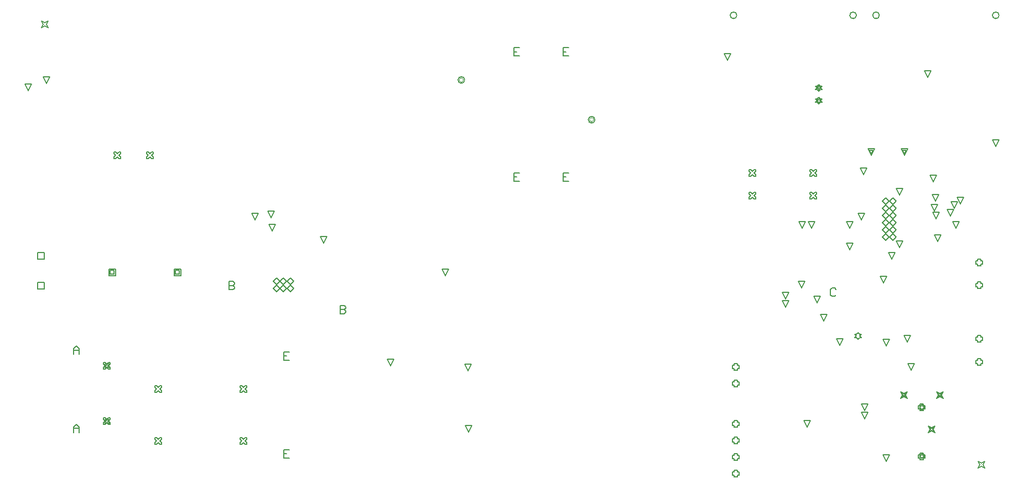
<source format=gbr>
G04*
G04 #@! TF.GenerationSoftware,Altium Limited,Altium Designer,25.5.2 (35)*
G04*
G04 Layer_Color=2752767*
%FSLAX25Y25*%
%MOIN*%
G70*
G04*
G04 #@! TF.SameCoordinates,CCCDE38D-7695-4EB3-ABC8-F25FB468ABE4*
G04*
G04*
G04 #@! TF.FilePolarity,Positive*
G04*
G01*
G75*
%ADD15C,0.00500*%
%ADD215C,0.00667*%
%ADD216C,0.00400*%
D15*
X264332Y184998D02*
X261000D01*
Y180000D01*
X264332D01*
X261000Y182499D02*
X262666D01*
X264332Y125943D02*
X261000D01*
Y120945D01*
X264332D01*
X261000Y123444D02*
X262666D01*
X158815Y301500D02*
X159815D01*
X160815Y302500D01*
X161815Y301500D01*
X162815D01*
Y302500D01*
X161815Y303500D01*
X162815Y304500D01*
Y305500D01*
X161815D01*
X160815Y304500D01*
X159815Y305500D01*
X158815D01*
Y304500D01*
X159815Y303500D01*
X158815Y302500D01*
Y301500D01*
X178500D02*
X179500D01*
X180500Y302500D01*
X181500Y301500D01*
X182500D01*
Y302500D01*
X181500Y303500D01*
X182500Y304500D01*
Y305500D01*
X181500D01*
X180500Y304500D01*
X179500Y305500D01*
X178500D01*
Y304500D01*
X179500Y303500D01*
X178500Y302500D01*
Y301500D01*
X112779Y222890D02*
Y226890D01*
X116779D01*
Y222890D01*
X112779D01*
Y241000D02*
Y245000D01*
X116779D01*
Y241000D01*
X112779D01*
X195000Y231000D02*
Y235000D01*
X199000D01*
Y231000D01*
X195000D01*
X195800Y231800D02*
Y234200D01*
X198200D01*
Y231800D01*
X195800D01*
X155630Y231000D02*
Y235000D01*
X159630D01*
Y231000D01*
X155630D01*
X156430Y231800D02*
Y234200D01*
X158830D01*
Y231800D01*
X156430D01*
X234681Y129181D02*
X235681D01*
X236681Y130181D01*
X237681Y129181D01*
X238681D01*
Y130181D01*
X237681Y131181D01*
X238681Y132181D01*
Y133181D01*
X237681D01*
X236681Y132181D01*
X235681Y133181D01*
X234681D01*
Y132181D01*
X235681Y131181D01*
X234681Y130181D01*
Y129181D01*
X134500Y136256D02*
Y139588D01*
X136166Y141254D01*
X137832Y139588D01*
Y136256D01*
Y138755D01*
X134500D01*
Y183500D02*
Y186832D01*
X136166Y188498D01*
X137832Y186832D01*
Y183500D01*
Y185999D01*
X134500D01*
X152500Y174610D02*
X153500D01*
X154500Y175610D01*
X155500Y174610D01*
X156500D01*
Y175610D01*
X155500Y176610D01*
X156500Y177610D01*
Y178610D01*
X155500D01*
X154500Y177610D01*
X153500Y178610D01*
X152500D01*
Y177610D01*
X153500Y176610D01*
X152500Y175610D01*
Y174610D01*
X153300Y175410D02*
X153900D01*
X154500Y176010D01*
X155100Y175410D01*
X155700D01*
Y176010D01*
X155100Y176610D01*
X155700Y177210D01*
Y177810D01*
X155100D01*
X154500Y177210D01*
X153900Y177810D01*
X153300D01*
Y177210D01*
X153900Y176610D01*
X153300Y176010D01*
Y175410D01*
X152500Y141146D02*
X153500D01*
X154500Y142146D01*
X155500Y141146D01*
X156500D01*
Y142146D01*
X155500Y143146D01*
X156500Y144146D01*
Y145146D01*
X155500D01*
X154500Y144146D01*
X153500Y145146D01*
X152500D01*
Y144146D01*
X153500Y143146D01*
X152500Y142146D01*
Y141146D01*
X153300Y141946D02*
X153900D01*
X154500Y142546D01*
X155100Y141946D01*
X155700D01*
Y142546D01*
X155100Y143146D01*
X155700Y143746D01*
Y144346D01*
X155100D01*
X154500Y143746D01*
X153900Y144346D01*
X153300D01*
Y143746D01*
X153900Y143146D01*
X153300Y142546D01*
Y141946D01*
X532500Y110500D02*
Y109500D01*
X534500D01*
Y110500D01*
X535500D01*
Y112500D01*
X534500D01*
Y113500D01*
X532500D01*
Y112500D01*
X531500D01*
Y110500D01*
X532500D01*
X649405Y136142D02*
X650406Y138142D01*
X649405Y140142D01*
X651405Y139142D01*
X653406Y140142D01*
X652406Y138142D01*
X653406Y136142D01*
X651405Y137142D01*
X649405Y136142D01*
X650206Y136942D02*
X650806Y138142D01*
X650206Y139342D01*
X651405Y138742D01*
X652605Y139342D01*
X652005Y138142D01*
X652605Y136942D01*
X651405Y137542D01*
X650206Y136942D01*
X583500Y334500D02*
X584500Y335500D01*
X585500D01*
X584500Y336500D01*
X585500Y337500D01*
X584500D01*
X583500Y338500D01*
X582500Y337500D01*
X581500D01*
X582500Y336500D01*
X581500Y335500D01*
X582500D01*
X583500Y334500D01*
Y335300D02*
X584100Y335900D01*
X584700D01*
X584100Y336500D01*
X584700Y337100D01*
X584100D01*
X583500Y337700D01*
X582900Y337100D01*
X582300D01*
X582900Y336500D01*
X582300Y335900D01*
X582900D01*
X583500Y335300D01*
X403068Y368498D02*
X399736D01*
Y363500D01*
X403068D01*
X399736Y365999D02*
X401402D01*
X578000Y277110D02*
X579000D01*
X580000Y278110D01*
X581000Y277110D01*
X582000D01*
Y278110D01*
X581000Y279110D01*
X582000Y280110D01*
Y281110D01*
X581000D01*
X580000Y280110D01*
X579000Y281110D01*
X578000D01*
Y280110D01*
X579000Y279110D01*
X578000Y278110D01*
Y277110D01*
X541500D02*
X542500D01*
X543500Y278110D01*
X544500Y277110D01*
X545500D01*
Y278110D01*
X544500Y279110D01*
X545500Y280110D01*
Y281110D01*
X544500D01*
X543500Y280110D01*
X542500Y281110D01*
X541500D01*
Y280110D01*
X542500Y279110D01*
X541500Y278110D01*
Y277110D01*
X403068Y292998D02*
X399736D01*
Y288000D01*
X403068D01*
X399736Y290499D02*
X401402D01*
X532500Y165000D02*
Y164000D01*
X534500D01*
Y165000D01*
X535500D01*
Y167000D01*
X534500D01*
Y168000D01*
X532500D01*
Y167000D01*
X531500D01*
Y165000D01*
X532500D01*
Y140500D02*
Y139500D01*
X534500D01*
Y140500D01*
X535500D01*
Y142500D01*
X534500D01*
Y143500D01*
X532500D01*
Y142500D01*
X531500D01*
Y140500D01*
X532500D01*
X115000Y380500D02*
X116000Y382500D01*
X115000Y384500D01*
X117000Y383500D01*
X119000Y384500D01*
X118000Y382500D01*
X119000Y380500D01*
X117000Y381500D01*
X115000Y380500D01*
X432596Y292998D02*
X429264D01*
Y288000D01*
X432596D01*
X429264Y290499D02*
X430930D01*
X432596Y368498D02*
X429264D01*
Y363500D01*
X432596D01*
X429264Y365999D02*
X430930D01*
X635000Y303500D02*
X633000Y307500D01*
X637000D01*
X635000Y303500D01*
Y304300D02*
X633800Y306700D01*
X636200D01*
X635000Y304300D01*
X615000Y303500D02*
X613000Y307500D01*
X617000D01*
X615000Y303500D01*
Y304300D02*
X613800Y306700D01*
X616200D01*
X615000Y304300D01*
X541500Y290890D02*
X542500D01*
X543500Y291890D01*
X544500Y290890D01*
X545500D01*
Y291890D01*
X544500Y292890D01*
X545500Y293890D01*
Y294890D01*
X544500D01*
X543500Y293890D01*
X542500Y294890D01*
X541500D01*
Y293890D01*
X542500Y292890D01*
X541500Y291890D01*
Y290890D01*
X578000D02*
X579000D01*
X580000Y291890D01*
X581000Y290890D01*
X582000D01*
Y291890D01*
X581000Y292890D01*
X582000Y293890D01*
Y294890D01*
X581000D01*
X580000Y293890D01*
X579000Y294890D01*
X578000D01*
Y293890D01*
X579000Y292890D01*
X578000Y291890D01*
Y290890D01*
X644500Y150528D02*
Y149528D01*
X646500D01*
Y150528D01*
X647500D01*
Y152528D01*
X646500D01*
Y153528D01*
X644500D01*
Y152528D01*
X643500D01*
Y150528D01*
X644500D01*
X644900Y150928D02*
Y150328D01*
X646100D01*
Y150928D01*
X646700D01*
Y152128D01*
X646100D01*
Y152728D01*
X644900D01*
Y152128D01*
X644300D01*
Y150928D01*
X644900D01*
X644500Y121000D02*
Y120000D01*
X646500D01*
Y121000D01*
X647500D01*
Y123000D01*
X646500D01*
Y124000D01*
X644500D01*
Y123000D01*
X643500D01*
Y121000D01*
X644500D01*
X644900Y121400D02*
Y120800D01*
X646100D01*
Y121400D01*
X646700D01*
Y122600D01*
X646100D01*
Y123200D01*
X644900D01*
Y122600D01*
X644300D01*
Y121400D01*
X644900D01*
X654327Y157008D02*
X655327Y159008D01*
X654327Y161008D01*
X656327Y160008D01*
X658327Y161008D01*
X657327Y159008D01*
X658327Y157008D01*
X656327Y158008D01*
X654327Y157008D01*
X655127Y157808D02*
X655727Y159008D01*
X655127Y160208D01*
X656327Y159608D01*
X657527Y160208D01*
X656927Y159008D01*
X657527Y157808D01*
X656327Y158408D01*
X655127Y157808D01*
X632673Y157008D02*
X633673Y159008D01*
X632673Y161008D01*
X634673Y160008D01*
X636673Y161008D01*
X635673Y159008D01*
X636673Y157008D01*
X634673Y158008D01*
X632673Y157008D01*
X633473Y157808D02*
X634073Y159008D01*
X633473Y160208D01*
X634673Y159608D01*
X635873Y160208D01*
X635273Y159008D01*
X635873Y157808D01*
X634673Y158408D01*
X633473Y157808D01*
X679000Y238000D02*
Y237000D01*
X681000D01*
Y238000D01*
X682000D01*
Y240000D01*
X681000D01*
Y241000D01*
X679000D01*
Y240000D01*
X678000D01*
Y238000D01*
X679000D01*
Y224220D02*
Y223220D01*
X681000D01*
Y224220D01*
X682000D01*
Y226220D01*
X681000D01*
Y227221D01*
X679000D01*
Y226220D01*
X678000D01*
Y224220D01*
X679000D01*
X607000Y192500D02*
X608000Y193500D01*
X609000D01*
X608000Y194500D01*
X609000Y195500D01*
X608000D01*
X607000Y196500D01*
X606000Y195500D01*
X605000D01*
X606000Y194500D01*
X605000Y193500D01*
X606000D01*
X607000Y192500D01*
X532500Y175000D02*
Y174000D01*
X534500D01*
Y175000D01*
X535500D01*
Y177000D01*
X534500D01*
Y178000D01*
X532500D01*
Y177000D01*
X531500D01*
Y175000D01*
X532500D01*
Y130500D02*
Y129500D01*
X534500D01*
Y130500D01*
X535500D01*
Y132500D01*
X534500D01*
Y133500D01*
X532500D01*
Y132500D01*
X531500D01*
Y130500D01*
X532500D01*
Y120500D02*
Y119500D01*
X534500D01*
Y120500D01*
X535500D01*
Y122500D01*
X534500D01*
Y123500D01*
X532500D01*
Y122500D01*
X531500D01*
Y120500D01*
X532500D01*
X583500Y342374D02*
X584500Y343374D01*
X585500D01*
X584500Y344374D01*
X585500Y345374D01*
X584500D01*
X583500Y346374D01*
X582500Y345374D01*
X581500D01*
X582500Y344374D01*
X581500Y343374D01*
X582500D01*
X583500Y342374D01*
Y343174D02*
X584100Y343774D01*
X584700D01*
X584100Y344374D01*
X584700Y344974D01*
X584100D01*
X583500Y345574D01*
X582900Y344974D01*
X582300D01*
X582900Y344374D01*
X582300Y343774D01*
X582900D01*
X583500Y343174D01*
X183500Y129181D02*
X184500D01*
X185500Y130181D01*
X186500Y129181D01*
X187500D01*
Y130181D01*
X186500Y131181D01*
X187500Y132181D01*
Y133181D01*
X186500D01*
X185500Y132181D01*
X184500Y133181D01*
X183500D01*
Y132181D01*
X184500Y131181D01*
X183500Y130181D01*
Y129181D01*
Y160677D02*
X184500D01*
X185500Y161677D01*
X186500Y160677D01*
X187500D01*
Y161677D01*
X186500Y162677D01*
X187500Y163677D01*
Y164677D01*
X186500D01*
X185500Y163677D01*
X184500Y164677D01*
X183500D01*
Y163677D01*
X184500Y162677D01*
X183500Y161677D01*
Y160677D01*
X234681D02*
X235681D01*
X236681Y161677D01*
X237681Y160677D01*
X238681D01*
Y161677D01*
X237681Y162677D01*
X238681Y163677D01*
Y164677D01*
X237681D01*
X236681Y163677D01*
X235681Y164677D01*
X234681D01*
Y163677D01*
X235681Y162677D01*
X234681Y161677D01*
Y160677D01*
X679000Y178000D02*
Y177000D01*
X681000D01*
Y178000D01*
X682000D01*
Y180000D01*
X681000D01*
Y181000D01*
X679000D01*
Y180000D01*
X678000D01*
Y178000D01*
X679000D01*
Y191779D02*
Y190779D01*
X681000D01*
Y191779D01*
X682000D01*
Y193780D01*
X681000D01*
Y194780D01*
X679000D01*
Y193780D01*
X678000D01*
Y191779D01*
X679000D01*
X679500Y115000D02*
X680500Y117000D01*
X679500Y119000D01*
X681500Y118000D01*
X683500Y119000D01*
X682500Y117000D01*
X683500Y115000D01*
X681500Y116000D01*
X679500Y115000D01*
X665975Y259475D02*
X663975Y263475D01*
X667975D01*
X665975Y259475D01*
X653896Y265239D02*
X651896Y269239D01*
X655896D01*
X653896Y265239D01*
X285000Y250500D02*
X283000Y254500D01*
X287000D01*
X285000Y250500D01*
X254000Y258000D02*
X252000Y262000D01*
X256000D01*
X254000Y258000D01*
X573000Y223500D02*
X571000Y227500D01*
X575000D01*
X573000Y223500D01*
X263221Y223264D02*
X265220Y225264D01*
X267220Y223264D01*
X265220Y221264D01*
X263221Y223264D01*
Y227594D02*
X265220Y229594D01*
X267220Y227594D01*
X265220Y225594D01*
X263221Y227594D01*
X254559D02*
X256559Y229594D01*
X258559Y227594D01*
X256559Y225594D01*
X254559Y227594D01*
Y223264D02*
X256559Y225264D01*
X258559Y223264D01*
X256559Y221264D01*
X254559Y223264D01*
X258890Y227594D02*
X260890Y229594D01*
X262890Y227594D01*
X260890Y225594D01*
X258890Y227594D01*
Y223264D02*
X260890Y225264D01*
X262890Y223264D01*
X260890Y221264D01*
X258890Y223264D01*
X228000Y227498D02*
Y222500D01*
X230499D01*
X231332Y223333D01*
Y224166D01*
X230499Y224999D01*
X228000D01*
X230499D01*
X231332Y225832D01*
Y226665D01*
X230499Y227498D01*
X228000D01*
X295000Y212998D02*
Y208000D01*
X297499D01*
X298332Y208833D01*
Y209666D01*
X297499Y210499D01*
X295000D01*
X297499D01*
X298332Y211332D01*
Y212165D01*
X297499Y212998D01*
X295000D01*
X243865Y264500D02*
X241865Y268500D01*
X245866D01*
X243865Y264500D01*
X253500Y266000D02*
X251500Y270000D01*
X255500D01*
X253500Y266000D01*
X107000Y342500D02*
X105000Y346500D01*
X109000D01*
X107000Y342500D01*
X118000Y347000D02*
X116000Y351000D01*
X120000D01*
X118000Y347000D01*
X626189Y267209D02*
X628189Y269209D01*
X630189Y267209D01*
X628189Y265209D01*
X626189Y267209D01*
Y254217D02*
X628189Y256217D01*
X630189Y254217D01*
X628189Y252217D01*
X626189Y254217D01*
Y262878D02*
X628189Y264878D01*
X630189Y262878D01*
X628189Y260878D01*
X626189Y262878D01*
Y258547D02*
X628189Y260547D01*
X630189Y258547D01*
X628189Y256547D01*
X626189Y258547D01*
Y275870D02*
X628189Y277870D01*
X630189Y275870D01*
X628189Y273870D01*
X626189Y275870D01*
X621858Y271539D02*
X623858Y273539D01*
X625858Y271539D01*
X623858Y269539D01*
X621858Y271539D01*
X626189D02*
X628189Y273539D01*
X630189Y271539D01*
X628189Y269539D01*
X626189Y271539D01*
X621858Y275870D02*
X623858Y277870D01*
X625858Y275870D01*
X623858Y273870D01*
X621858Y275870D01*
Y258547D02*
X623858Y260547D01*
X625858Y258547D01*
X623858Y256547D01*
X621858Y258547D01*
Y262878D02*
X623858Y264878D01*
X625858Y262878D01*
X623858Y260878D01*
X621858Y262878D01*
Y254217D02*
X623858Y256217D01*
X625858Y254217D01*
X623858Y252217D01*
X621858Y254217D01*
Y267209D02*
X623858Y269209D01*
X625858Y267209D01*
X623858Y265209D01*
X621858Y267209D01*
X662677Y267000D02*
X660677Y271000D01*
X664677D01*
X662677Y267000D01*
X593832Y222693D02*
X592999Y223526D01*
X591333D01*
X590500Y222693D01*
Y219361D01*
X591333Y218528D01*
X592999D01*
X593832Y219361D01*
X586500Y203500D02*
X584500Y207500D01*
X588500D01*
X586500Y203500D01*
X582500Y214500D02*
X580500Y218500D01*
X584500D01*
X582500Y214500D01*
X622500Y226500D02*
X620500Y230500D01*
X624500D01*
X622500Y226500D01*
X576500Y139500D02*
X574500Y143500D01*
X578500D01*
X576500Y139500D01*
X652500Y287500D02*
X650500Y291500D01*
X654500D01*
X652500Y287500D01*
X655000Y251500D02*
X653000Y255500D01*
X657000D01*
X655000Y251500D01*
X653000Y270000D02*
X651000Y274000D01*
X655000D01*
X653000Y270000D01*
X639070Y174019D02*
X637070Y178019D01*
X641070D01*
X639070Y174019D01*
X653782Y276000D02*
X651782Y280000D01*
X655782D01*
X653782Y276000D01*
X668753Y274370D02*
X666753Y278370D01*
X670753D01*
X668753Y274370D01*
X665000Y271649D02*
X663000Y275648D01*
X667000D01*
X665000Y271649D01*
X636835Y191000D02*
X634835Y195000D01*
X638835D01*
X636835Y191000D01*
X632000Y248000D02*
X630000Y252000D01*
X634000D01*
X632000Y248000D01*
Y279500D02*
X630000Y283500D01*
X634000D01*
X632000Y279500D01*
X573500Y259500D02*
X571500Y263500D01*
X575500D01*
X573500Y259500D01*
X690000Y309000D02*
X688000Y313000D01*
X692000D01*
X690000Y309000D01*
X602001Y259603D02*
X600001Y263603D01*
X604001D01*
X602001Y259603D01*
X609000Y264500D02*
X607000Y268500D01*
X611000D01*
X609000Y264500D01*
X602000Y246500D02*
X600000Y250500D01*
X604000D01*
X602000Y246500D01*
X627500Y241000D02*
X625500Y245000D01*
X629500D01*
X627500Y241000D01*
X579000Y259500D02*
X577000Y263500D01*
X581000D01*
X579000Y259500D01*
X596000Y189000D02*
X594000Y193000D01*
X598000D01*
X596000Y189000D01*
X610500Y292000D02*
X608500Y296000D01*
X612500D01*
X610500Y292000D01*
X611000Y149500D02*
X609000Y153500D01*
X613000D01*
X611000Y149500D01*
X563500Y217000D02*
X561500Y221000D01*
X565500D01*
X563500Y217000D01*
X624000Y188500D02*
X622000Y192500D01*
X626000D01*
X624000Y188500D01*
Y119000D02*
X622000Y123000D01*
X626000D01*
X624000Y119000D01*
X611000Y144500D02*
X609000Y148500D01*
X613000D01*
X611000Y144500D01*
X563500Y212000D02*
X561500Y216000D01*
X565500D01*
X563500Y212000D01*
X528500Y361000D02*
X526500Y365000D01*
X530500D01*
X528500Y361000D01*
X649000Y350500D02*
X647000Y354500D01*
X651000D01*
X649000Y350500D01*
X358500Y231000D02*
X356500Y235000D01*
X360500D01*
X358500Y231000D01*
X325500Y176500D02*
X323500Y180500D01*
X327500D01*
X325500Y176500D01*
X372500Y136500D02*
X370500Y140500D01*
X374500D01*
X372500Y136500D01*
X372000Y173500D02*
X370000Y177500D01*
X374000D01*
X372000Y173500D01*
D215*
X619913Y388000D02*
G03*
X619913Y388000I-2000J0D01*
G01*
X534000D02*
G03*
X534000Y388000I-2000J0D01*
G01*
X606087D02*
G03*
X606087Y388000I-2000J0D01*
G01*
X692000D02*
G03*
X692000Y388000I-2000J0D01*
G01*
X448500Y325000D02*
G03*
X448500Y325000I-2000J0D01*
G01*
X370000Y349000D02*
G03*
X370000Y349000I-2000J0D01*
G01*
D216*
X447700Y325000D02*
G03*
X447700Y325000I-1200J0D01*
G01*
X369200Y349000D02*
G03*
X369200Y349000I-1200J0D01*
G01*
M02*

</source>
